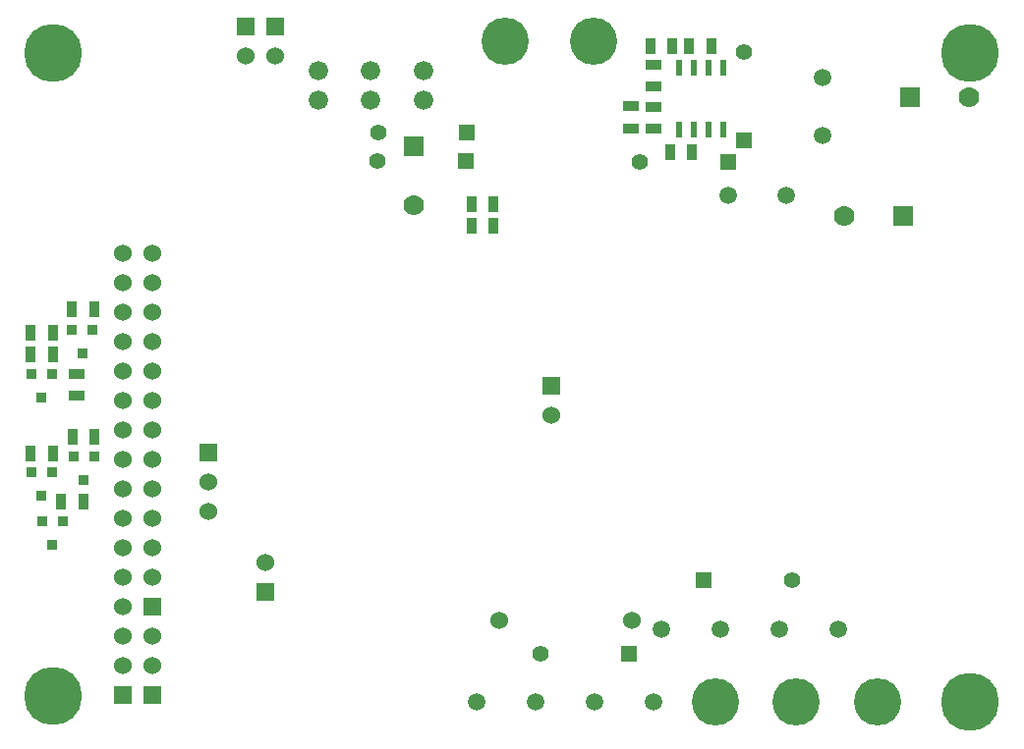
<source format=gbs>
G04 (created by PCBNEW (2013-07-07 BZR 4022)-stable) date 1/12/2015 10:14:03 AM*
%MOIN*%
G04 Gerber Fmt 3.4, Leading zero omitted, Abs format*
%FSLAX34Y34*%
G01*
G70*
G90*
G04 APERTURE LIST*
%ADD10C,0.00590551*%
%ADD11C,0.19685*%
%ADD12R,0.06X0.06*%
%ADD13C,0.06*%
%ADD14C,0.066*%
%ADD15R,0.036X0.036*%
%ADD16R,0.0236X0.0551*%
%ADD17R,0.035X0.055*%
%ADD18R,0.055X0.035*%
%ADD19C,0.0590551*%
%ADD20R,0.055X0.055*%
%ADD21C,0.055*%
%ADD22R,0.07X0.07*%
%ADD23C,0.07*%
%ADD24C,0.16*%
G04 APERTURE END LIST*
G54D10*
G54D11*
X32677Y-23622D03*
X1574Y-23425D03*
X32677Y-1574D03*
X1574Y-1574D03*
G54D12*
X8098Y-666D03*
G54D13*
X8098Y-1666D03*
G54D12*
X9098Y-666D03*
G54D13*
X9098Y-1666D03*
G54D14*
X14118Y-3186D03*
X14118Y-2186D03*
X12338Y-3186D03*
X12338Y-2186D03*
X10578Y-3186D03*
X10578Y-2186D03*
G54D15*
X1888Y-17466D03*
X1188Y-17466D03*
X1538Y-18266D03*
X2908Y-10986D03*
X2208Y-10986D03*
X2558Y-11786D03*
X1528Y-12486D03*
X828Y-12486D03*
X1178Y-13286D03*
X2948Y-15286D03*
X2248Y-15286D03*
X2598Y-16086D03*
X1528Y-15806D03*
X828Y-15806D03*
X1178Y-16606D03*
G54D16*
X24282Y-2092D03*
X24282Y-4192D03*
X23782Y-2092D03*
X23282Y-2092D03*
X22782Y-2092D03*
X23782Y-4192D03*
X23282Y-4192D03*
X22782Y-4192D03*
G54D17*
X1553Y-15166D03*
X803Y-15166D03*
G54D18*
X21179Y-4142D03*
X21179Y-3392D03*
X21918Y-1979D03*
X21918Y-2729D03*
X21918Y-3397D03*
X21918Y-4147D03*
G54D17*
X23238Y-4953D03*
X22488Y-4953D03*
X22574Y-1347D03*
X21824Y-1347D03*
X23894Y-1347D03*
X23144Y-1347D03*
X1553Y-11066D03*
X803Y-11066D03*
X2223Y-14626D03*
X2973Y-14626D03*
X2593Y-16806D03*
X1843Y-16806D03*
X2203Y-10286D03*
X2953Y-10286D03*
G54D18*
X2358Y-12471D03*
X2358Y-13221D03*
G54D17*
X1553Y-11806D03*
X803Y-11806D03*
X15747Y-6712D03*
X16497Y-6712D03*
X15747Y-7460D03*
X16497Y-7460D03*
G54D19*
X27677Y-4370D03*
X27677Y-2401D03*
X26437Y-6397D03*
X24468Y-6397D03*
G54D12*
X4918Y-23366D03*
G54D13*
X4918Y-22366D03*
X4918Y-21366D03*
G54D12*
X6820Y-15141D03*
G54D13*
X6820Y-16141D03*
X6820Y-17141D03*
G54D12*
X3918Y-23366D03*
G54D13*
X3918Y-22366D03*
X3918Y-21366D03*
G54D12*
X8758Y-19866D03*
G54D13*
X8758Y-18866D03*
G54D12*
X18458Y-12886D03*
G54D13*
X18458Y-13886D03*
G54D20*
X21086Y-21968D03*
G54D21*
X18086Y-21968D03*
G54D20*
X24472Y-5295D03*
G54D21*
X21472Y-5295D03*
G54D20*
X15598Y-4266D03*
G54D21*
X12598Y-4266D03*
G54D20*
X25009Y-4557D03*
G54D21*
X25009Y-1557D03*
G54D20*
X15578Y-5246D03*
G54D21*
X12578Y-5246D03*
G54D22*
X30614Y-3090D03*
G54D23*
X32614Y-3090D03*
G54D22*
X30409Y-7106D03*
G54D23*
X28409Y-7106D03*
G54D22*
X13798Y-4746D03*
G54D23*
X13798Y-6746D03*
G54D24*
X19898Y-1166D03*
X16898Y-1166D03*
X29527Y-23622D03*
X26771Y-23622D03*
X24015Y-23622D03*
G54D19*
X17937Y-23622D03*
X19937Y-23622D03*
X15937Y-23622D03*
X21937Y-23622D03*
G54D12*
X4918Y-20366D03*
G54D13*
X3918Y-20366D03*
X4918Y-19366D03*
X3918Y-19366D03*
X4918Y-18366D03*
X3918Y-18366D03*
X4918Y-17366D03*
X3918Y-17366D03*
X4918Y-16366D03*
X3918Y-16366D03*
X4918Y-15366D03*
X3918Y-15366D03*
X4918Y-14366D03*
X3918Y-14366D03*
X4918Y-13366D03*
X3918Y-13366D03*
X4918Y-12366D03*
X3918Y-12366D03*
X4918Y-11366D03*
X3918Y-11366D03*
X4918Y-10366D03*
X3918Y-10366D03*
X4918Y-9366D03*
X3918Y-9366D03*
X4918Y-8366D03*
X3918Y-8366D03*
X21206Y-20846D03*
X16706Y-20846D03*
G54D19*
X26196Y-21141D03*
X24196Y-21141D03*
X28196Y-21141D03*
X22196Y-21141D03*
G54D20*
X23618Y-19488D03*
G54D21*
X26618Y-19488D03*
M02*

</source>
